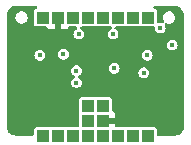
<source format=gbr>
%TF.GenerationSoftware,KiCad,Pcbnew,8.0.1-8.0.1-1~ubuntu22.04.1*%
%TF.CreationDate,2024-03-30T15:26:48+00:00*%
%TF.ProjectId,FES_AO4882,4645535f-414f-4343-9838-322e6b696361,v1.0*%
%TF.SameCoordinates,Original*%
%TF.FileFunction,Copper,L2,Inr*%
%TF.FilePolarity,Positive*%
%FSLAX46Y46*%
G04 Gerber Fmt 4.6, Leading zero omitted, Abs format (unit mm)*
G04 Created by KiCad (PCBNEW 8.0.1-8.0.1-1~ubuntu22.04.1) date 2024-03-30 15:26:48*
%MOMM*%
%LPD*%
G01*
G04 APERTURE LIST*
%TA.AperFunction,ComponentPad*%
%ADD10R,1.000000X1.000000*%
%TD*%
%TA.AperFunction,ViaPad*%
%ADD11C,0.400000*%
%TD*%
G04 APERTURE END LIST*
D10*
%TO.N,/FES4in*%
%TO.C,J22*%
X-1905000Y0D03*
%TD*%
%TO.N,+3.3V*%
%TO.C,J1*%
X-4445000Y10000000D03*
%TD*%
%TO.N,/MOSI_ARM*%
%TO.C,J5*%
X635000Y10000000D03*
%TD*%
%TO.N,/SWDIO{slash}MISO_ARM*%
%TO.C,J4*%
X-635000Y10000000D03*
%TD*%
%TO.N,/SWDIO{slash}MISO_ARM*%
%TO.C,J16*%
X635000Y2540000D03*
%TD*%
%TO.N,/FES1in*%
%TO.C,J11*%
X1905000Y0D03*
%TD*%
%TO.N,/extRef*%
%TO.C,J8*%
X4445000Y10000000D03*
%TD*%
%TO.N,/SPICS_ARM*%
%TO.C,J7*%
X3175000Y10000000D03*
%TD*%
%TO.N,/FES1out*%
%TO.C,J12*%
X635000Y0D03*
%TD*%
%TO.N,GND*%
%TO.C,J17*%
X635000Y1270000D03*
%TD*%
%TO.N,/FES2out*%
%TO.C,J14*%
X4445000Y0D03*
%TD*%
%TO.N,/FES2in*%
%TO.C,J13*%
X3175000Y0D03*
%TD*%
%TO.N,/FES4out*%
%TO.C,J23*%
X-635000Y0D03*
%TD*%
%TO.N,GND*%
%TO.C,J2*%
X-3175000Y10000000D03*
%TD*%
%TO.N,VCC*%
%TO.C,J24*%
X-635000Y1270000D03*
%TD*%
%TO.N,/SWCLK{slash}IO1out*%
%TO.C,J15*%
X-635000Y2540000D03*
%TD*%
%TO.N,/FES3in*%
%TO.C,J20*%
X-3175000Y0D03*
%TD*%
%TO.N,/SCLK_ARM*%
%TO.C,J6*%
X1905000Y10000000D03*
%TD*%
%TO.N,unconnected-(J3-Pin_1-Pad1)*%
%TO.C,J3*%
X-1905000Y10000000D03*
%TD*%
%TO.N,/FES3out*%
%TO.C,J21*%
X-4445000Y0D03*
%TD*%
D11*
%TO.N,+3.3V*%
X-1600000Y4490001D03*
X1600000Y5700000D03*
%TO.N,GND*%
X-6510000Y7670000D03*
X5500000Y8000000D03*
X-3700000Y7909999D03*
%TO.N,/SWCLK{slash}IO1out*%
X-1400000Y8600000D03*
%TO.N,/GPIO*%
X-1600000Y5500000D03*
%TO.N,VCC*%
X4100000Y5330000D03*
%TO.N,/PWM1*%
X5500000Y9100000D03*
X1500000Y8600000D03*
%TO.N,/PWM2_*%
X6500000Y7670000D03*
%TO.N,/PWM1_*%
X4400000Y6800000D03*
%TO.N,/PWM4_*%
X-2700000Y6890001D03*
%TO.N,/PWM3_*%
X-4700000Y6800000D03*
%TD*%
%TA.AperFunction,Conductor*%
%TO.N,GND*%
G36*
X-4960090Y10969816D02*
G01*
X-4914335Y10917012D01*
X-4904391Y10847854D01*
X-4933416Y10784298D01*
X-4992194Y10746524D01*
X-5002938Y10743884D01*
X-5042736Y10735968D01*
X-5042740Y10735967D01*
X-5125601Y10680601D01*
X-5180967Y10597740D01*
X-5180968Y10597736D01*
X-5195500Y10524679D01*
X-5195500Y9475322D01*
X-5180968Y9402265D01*
X-5180967Y9402261D01*
X-5180966Y9402260D01*
X-5125601Y9319399D01*
X-5047613Y9267290D01*
X-5042740Y9264034D01*
X-5042736Y9264033D01*
X-4969679Y9249501D01*
X-4969676Y9249500D01*
X-4174126Y9249500D01*
X-4107087Y9229815D01*
X-4074859Y9199811D01*
X-4032191Y9142814D01*
X-4032186Y9142809D01*
X-3917094Y9056650D01*
X-3917087Y9056646D01*
X-3782380Y9006404D01*
X-3782373Y9006402D01*
X-3722845Y9000001D01*
X-3722828Y9000000D01*
X-3425000Y9000000D01*
X-3425000Y9790382D01*
X-3374554Y9739936D01*
X-3300445Y9697149D01*
X-3217787Y9675000D01*
X-3132213Y9675000D01*
X-3049555Y9697149D01*
X-2975446Y9739936D01*
X-2925000Y9790382D01*
X-2925000Y9000000D01*
X-2627172Y9000000D01*
X-2627156Y9000001D01*
X-2567628Y9006402D01*
X-2567621Y9006404D01*
X-2432914Y9056646D01*
X-2432907Y9056650D01*
X-2317815Y9142809D01*
X-2317810Y9142814D01*
X-2275141Y9199811D01*
X-2219207Y9241682D01*
X-2175874Y9249500D01*
X-1643423Y9249500D01*
X-1576384Y9229815D01*
X-1530629Y9177011D01*
X-1520685Y9107853D01*
X-1549710Y9044297D01*
X-1582311Y9019892D01*
X-1581608Y9018798D01*
X-1589067Y9014005D01*
X-1589069Y9014004D01*
X-1648915Y8975544D01*
X-1698050Y8943967D01*
X-1782882Y8846063D01*
X-1782883Y8846062D01*
X-1836698Y8728226D01*
X-1855133Y8600000D01*
X-1836698Y8471775D01*
X-1782883Y8353939D01*
X-1782882Y8353937D01*
X-1698049Y8256033D01*
X-1589069Y8185996D01*
X-1464775Y8149501D01*
X-1464773Y8149500D01*
X-1464772Y8149500D01*
X-1335227Y8149500D01*
X-1335227Y8149501D01*
X-1210931Y8185996D01*
X-1101951Y8256033D01*
X-1017118Y8353937D01*
X-963303Y8471774D01*
X-944867Y8600000D01*
X-963303Y8728226D01*
X-1017118Y8846063D01*
X-1101951Y8943967D01*
X-1210931Y9014004D01*
X-1210934Y9014005D01*
X-1218392Y9018798D01*
X-1217222Y9020619D01*
X-1260895Y9058465D01*
X-1280577Y9125505D01*
X-1260889Y9192544D01*
X-1208083Y9238297D01*
X-1156577Y9249500D01*
X-110324Y9249500D01*
X-110323Y9249501D01*
X-93281Y9252891D01*
X-25281Y9266416D01*
X-24459Y9262280D01*
X21968Y9267290D01*
X25262Y9266323D01*
X25281Y9266416D01*
X110321Y9249501D01*
X110324Y9249500D01*
X110326Y9249500D01*
X1159676Y9249500D01*
X1159677Y9249501D01*
X1176719Y9252891D01*
X1244719Y9266416D01*
X1245541Y9262280D01*
X1291968Y9267290D01*
X1295261Y9266323D01*
X1295280Y9266417D01*
X1307259Y9264035D01*
X1307260Y9264034D01*
X1322199Y9261063D01*
X1384109Y9228678D01*
X1418684Y9167963D01*
X1414945Y9098193D01*
X1374080Y9041521D01*
X1332944Y9020468D01*
X1310934Y9014006D01*
X1201950Y8943967D01*
X1117118Y8846063D01*
X1117117Y8846062D01*
X1063302Y8728226D01*
X1044867Y8600000D01*
X1063302Y8471775D01*
X1117117Y8353939D01*
X1117118Y8353937D01*
X1201951Y8256033D01*
X1310931Y8185996D01*
X1435225Y8149501D01*
X1435227Y8149500D01*
X1435228Y8149500D01*
X1564773Y8149500D01*
X1564773Y8149501D01*
X1689069Y8185996D01*
X1798049Y8256033D01*
X1882882Y8353937D01*
X1936697Y8471774D01*
X1955133Y8600000D01*
X1936697Y8728226D01*
X1882882Y8846063D01*
X1798049Y8943967D01*
X1689069Y9014004D01*
X1689066Y9014005D01*
X1681608Y9018798D01*
X1682778Y9020619D01*
X1639105Y9058465D01*
X1619423Y9125505D01*
X1639111Y9192544D01*
X1691917Y9238297D01*
X1743423Y9249500D01*
X2429676Y9249500D01*
X2429677Y9249501D01*
X2446719Y9252891D01*
X2514719Y9266416D01*
X2515541Y9262280D01*
X2561968Y9267290D01*
X2565262Y9266323D01*
X2565281Y9266416D01*
X2650321Y9249501D01*
X2650324Y9249500D01*
X2650326Y9249500D01*
X3699676Y9249500D01*
X3699677Y9249501D01*
X3716719Y9252891D01*
X3784719Y9266416D01*
X3785541Y9262280D01*
X3831968Y9267290D01*
X3835262Y9266323D01*
X3835281Y9266416D01*
X3920321Y9249501D01*
X3920324Y9249500D01*
X4923258Y9249500D01*
X4990297Y9229815D01*
X5036052Y9177011D01*
X5045996Y9107854D01*
X5044867Y9100002D01*
X5044867Y9100001D01*
X5063302Y8971775D01*
X5076002Y8943967D01*
X5117118Y8853937D01*
X5201951Y8756033D01*
X5310931Y8685996D01*
X5435225Y8649501D01*
X5435227Y8649500D01*
X5435228Y8649500D01*
X5564773Y8649500D01*
X5564773Y8649501D01*
X5689069Y8685996D01*
X5798049Y8756033D01*
X5882882Y8853937D01*
X5936697Y8971774D01*
X5955133Y9100000D01*
X5936697Y9228226D01*
X5882882Y9346063D01*
X5879597Y9351175D01*
X5859915Y9418215D01*
X5879602Y9485254D01*
X5932407Y9531007D01*
X6001566Y9540948D01*
X6035437Y9531000D01*
X6035754Y9530855D01*
X6176598Y9489501D01*
X6176600Y9489500D01*
X6176601Y9489500D01*
X6323400Y9489500D01*
X6323400Y9489501D01*
X6450821Y9526914D01*
X6464247Y9530856D01*
X6464247Y9530857D01*
X6464250Y9530857D01*
X6587744Y9610222D01*
X6683877Y9721164D01*
X6744859Y9854696D01*
X6765750Y10000000D01*
X6744859Y10145304D01*
X6744858Y10145305D01*
X6744858Y10145308D01*
X6695060Y10254349D01*
X6683877Y10278836D01*
X6587744Y10389778D01*
X6464250Y10469143D01*
X6464249Y10469144D01*
X6464248Y10469144D01*
X6464247Y10469145D01*
X6323401Y10510500D01*
X6323399Y10510500D01*
X6176601Y10510500D01*
X6176598Y10510500D01*
X6035752Y10469145D01*
X6035751Y10469144D01*
X5912258Y10389780D01*
X5912254Y10389777D01*
X5816124Y10278838D01*
X5816121Y10278833D01*
X5755141Y10145308D01*
X5755140Y10145303D01*
X5734250Y10000000D01*
X5755140Y9854698D01*
X5755141Y9854693D01*
X5816121Y9721168D01*
X5816123Y9721164D01*
X5816124Y9721163D01*
X5816127Y9721159D01*
X5823689Y9712432D01*
X5852716Y9648877D01*
X5842773Y9579719D01*
X5797019Y9526914D01*
X5729980Y9507228D01*
X5695045Y9512250D01*
X5564772Y9550500D01*
X5435228Y9550500D01*
X5435226Y9550500D01*
X5354434Y9526778D01*
X5284564Y9526778D01*
X5225786Y9564553D01*
X5196762Y9628109D01*
X5195500Y9645755D01*
X5195500Y10524677D01*
X5195499Y10524679D01*
X5180967Y10597736D01*
X5180966Y10597740D01*
X5172619Y10610232D01*
X5125601Y10680601D01*
X5044499Y10734791D01*
X5042739Y10735967D01*
X5042735Y10735968D01*
X5002938Y10743884D01*
X4941027Y10776269D01*
X4906452Y10836985D01*
X4910192Y10906754D01*
X4951059Y10963426D01*
X5016077Y10989007D01*
X5027129Y10989501D01*
X6743908Y10989501D01*
X6756061Y10988904D01*
X6765633Y10987962D01*
X6882118Y10976489D01*
X6905948Y10971750D01*
X7021313Y10936754D01*
X7043761Y10927455D01*
X7150072Y10870631D01*
X7170282Y10857127D01*
X7263464Y10780656D01*
X7280654Y10763466D01*
X7357124Y10670286D01*
X7370628Y10650076D01*
X7427452Y10543767D01*
X7436754Y10521311D01*
X7452579Y10469143D01*
X7471747Y10405957D01*
X7476489Y10382115D01*
X7488903Y10256074D01*
X7489500Y10243920D01*
X7489500Y756094D01*
X7488903Y743940D01*
X7476488Y617888D01*
X7471746Y594047D01*
X7436753Y478691D01*
X7427450Y456233D01*
X7370629Y349928D01*
X7357124Y329716D01*
X7280653Y236536D01*
X7263465Y219348D01*
X7170284Y142876D01*
X7150072Y129371D01*
X7043768Y72550D01*
X7021310Y63247D01*
X6905954Y28254D01*
X6882113Y23512D01*
X6756072Y11098D01*
X6743918Y10501D01*
X5319500Y10501D01*
X5252461Y30186D01*
X5206706Y82990D01*
X5195500Y134501D01*
X5195500Y524677D01*
X5195499Y524679D01*
X5180967Y597736D01*
X5180966Y597740D01*
X5167504Y617888D01*
X5125601Y680601D01*
X5070235Y717595D01*
X5042739Y735967D01*
X5042735Y735968D01*
X4969677Y750500D01*
X4969674Y750500D01*
X3920326Y750500D01*
X3920324Y750500D01*
X3835283Y733584D01*
X3834462Y737709D01*
X3787897Y732736D01*
X3784733Y733665D01*
X3784717Y733584D01*
X3699676Y750500D01*
X3699674Y750500D01*
X2650326Y750500D01*
X2650324Y750500D01*
X2565283Y733584D01*
X2564462Y737709D01*
X2517897Y732736D01*
X2514733Y733665D01*
X2514717Y733584D01*
X2429676Y750500D01*
X2429674Y750500D01*
X1759000Y750500D01*
X1691961Y770185D01*
X1646206Y822989D01*
X1635000Y874500D01*
X1635000Y1020000D01*
X844618Y1020000D01*
X895064Y1070446D01*
X937851Y1144555D01*
X960000Y1227213D01*
X960000Y1312787D01*
X937851Y1395445D01*
X895064Y1469554D01*
X844618Y1520000D01*
X1635000Y1520000D01*
X1635000Y1817828D01*
X1634999Y1817845D01*
X1628598Y1877373D01*
X1628596Y1877380D01*
X1578354Y2012087D01*
X1578350Y2012094D01*
X1492191Y2127186D01*
X1492185Y2127193D01*
X1435188Y2169861D01*
X1393318Y2225795D01*
X1385500Y2269127D01*
X1385500Y3064677D01*
X1385499Y3064679D01*
X1370967Y3137736D01*
X1370966Y3137740D01*
X1315601Y3220601D01*
X1260235Y3257595D01*
X1232739Y3275967D01*
X1232735Y3275968D01*
X1159677Y3290500D01*
X1159674Y3290500D01*
X110326Y3290500D01*
X110324Y3290500D01*
X25283Y3273584D01*
X24462Y3277709D01*
X-22103Y3272736D01*
X-25267Y3273665D01*
X-25283Y3273584D01*
X-110324Y3290500D01*
X-110326Y3290500D01*
X-1159674Y3290500D01*
X-1159677Y3290500D01*
X-1232736Y3275968D01*
X-1232740Y3275967D01*
X-1315601Y3220601D01*
X-1370967Y3137740D01*
X-1370968Y3137736D01*
X-1385500Y3064679D01*
X-1385500Y3064674D01*
X-1385500Y2015326D01*
X-1385500Y2015324D01*
X-1385501Y2015324D01*
X-1368584Y1930283D01*
X-1372709Y1929463D01*
X-1367736Y1882897D01*
X-1368665Y1879734D01*
X-1368584Y1879717D01*
X-1385500Y1794677D01*
X-1385500Y874500D01*
X-1405185Y807461D01*
X-1457989Y761706D01*
X-1509500Y750500D01*
X-2429676Y750500D01*
X-2514717Y733584D01*
X-2515538Y737709D01*
X-2562103Y732736D01*
X-2565267Y733665D01*
X-2565283Y733584D01*
X-2650324Y750500D01*
X-2650326Y750500D01*
X-3699674Y750500D01*
X-3699676Y750500D01*
X-3784717Y733584D01*
X-3785538Y737709D01*
X-3832103Y732736D01*
X-3835267Y733665D01*
X-3835283Y733584D01*
X-3920324Y750500D01*
X-3920326Y750500D01*
X-4969674Y750500D01*
X-4969677Y750500D01*
X-5042736Y735968D01*
X-5042740Y735967D01*
X-5125601Y680601D01*
X-5180967Y597740D01*
X-5180968Y597736D01*
X-5195500Y524679D01*
X-5195500Y134501D01*
X-5215185Y67462D01*
X-5267989Y21707D01*
X-5319500Y10501D01*
X-6743910Y10501D01*
X-6756063Y11098D01*
X-6882113Y23512D01*
X-6905956Y28255D01*
X-7021311Y63248D01*
X-7043768Y72550D01*
X-7150072Y129371D01*
X-7170284Y142876D01*
X-7263465Y219348D01*
X-7280653Y236536D01*
X-7357125Y329717D01*
X-7370630Y349929D01*
X-7427451Y456233D01*
X-7436753Y478690D01*
X-7471746Y594045D01*
X-7476488Y617882D01*
X-7488903Y743940D01*
X-7489500Y756093D01*
X-7489500Y4490001D01*
X-2055133Y4490001D01*
X-2036698Y4361776D01*
X-1982883Y4243940D01*
X-1982882Y4243938D01*
X-1898049Y4146034D01*
X-1789069Y4075997D01*
X-1664775Y4039502D01*
X-1664773Y4039501D01*
X-1664772Y4039501D01*
X-1535227Y4039501D01*
X-1535227Y4039502D01*
X-1410931Y4075997D01*
X-1301951Y4146034D01*
X-1217118Y4243938D01*
X-1163303Y4361775D01*
X-1144867Y4490001D01*
X-1163303Y4618227D01*
X-1217118Y4736064D01*
X-1301951Y4833968D01*
X-1390206Y4890686D01*
X-1435960Y4943489D01*
X-1445904Y5012648D01*
X-1416879Y5076204D01*
X-1390207Y5099315D01*
X-1301951Y5156033D01*
X-1217118Y5253937D01*
X-1163303Y5371774D01*
X-1144867Y5500000D01*
X-1163303Y5628226D01*
X-1196081Y5700000D01*
X1144867Y5700000D01*
X1163302Y5571775D01*
X1196081Y5500000D01*
X1217118Y5453937D01*
X1301951Y5356033D01*
X1410931Y5285996D01*
X1520117Y5253937D01*
X1535225Y5249501D01*
X1535227Y5249500D01*
X1535228Y5249500D01*
X1664773Y5249500D01*
X1664773Y5249501D01*
X1789069Y5285996D01*
X1857541Y5330000D01*
X3644867Y5330000D01*
X3663302Y5201775D01*
X3684192Y5156034D01*
X3717118Y5083937D01*
X3801951Y4986033D01*
X3910931Y4915996D01*
X4035225Y4879501D01*
X4035227Y4879500D01*
X4035228Y4879500D01*
X4164773Y4879500D01*
X4164773Y4879501D01*
X4289069Y4915996D01*
X4398049Y4986033D01*
X4482882Y5083937D01*
X4536697Y5201774D01*
X4555133Y5330000D01*
X4536697Y5458226D01*
X4482882Y5576063D01*
X4398049Y5673967D01*
X4289069Y5744004D01*
X4289065Y5744006D01*
X4289064Y5744006D01*
X4164774Y5780500D01*
X4164772Y5780500D01*
X4035228Y5780500D01*
X4035226Y5780500D01*
X3910935Y5744006D01*
X3910932Y5744005D01*
X3910931Y5744004D01*
X3859677Y5711066D01*
X3801950Y5673967D01*
X3717118Y5576063D01*
X3717117Y5576062D01*
X3663302Y5458226D01*
X3644867Y5330000D01*
X1857541Y5330000D01*
X1898049Y5356033D01*
X1982882Y5453937D01*
X2036697Y5571774D01*
X2055133Y5700000D01*
X2036697Y5828226D01*
X1982882Y5946063D01*
X1898049Y6043967D01*
X1789069Y6114004D01*
X1789065Y6114006D01*
X1789064Y6114006D01*
X1664774Y6150500D01*
X1664772Y6150500D01*
X1535228Y6150500D01*
X1535226Y6150500D01*
X1410935Y6114006D01*
X1410932Y6114005D01*
X1410931Y6114004D01*
X1359677Y6081066D01*
X1301950Y6043967D01*
X1217118Y5946063D01*
X1217117Y5946062D01*
X1163302Y5828226D01*
X1144867Y5700000D01*
X-1196081Y5700000D01*
X-1217118Y5746063D01*
X-1301951Y5843967D01*
X-1410931Y5914004D01*
X-1410935Y5914006D01*
X-1410936Y5914006D01*
X-1535226Y5950500D01*
X-1535228Y5950500D01*
X-1664772Y5950500D01*
X-1664774Y5950500D01*
X-1789065Y5914006D01*
X-1789068Y5914005D01*
X-1789069Y5914004D01*
X-1840323Y5881066D01*
X-1898050Y5843967D01*
X-1982882Y5746063D01*
X-1982883Y5746062D01*
X-2036698Y5628226D01*
X-2055133Y5500000D01*
X-2036698Y5371775D01*
X-1997523Y5285996D01*
X-1982882Y5253937D01*
X-1898049Y5156033D01*
X-1809795Y5099316D01*
X-1764041Y5046513D01*
X-1754097Y4977355D01*
X-1783122Y4913799D01*
X-1809795Y4890686D01*
X-1898049Y4833969D01*
X-1982882Y4736064D01*
X-1982883Y4736063D01*
X-2036698Y4618227D01*
X-2055133Y4490001D01*
X-7489500Y4490001D01*
X-7489500Y6800000D01*
X-5155133Y6800000D01*
X-5136698Y6671775D01*
X-5123985Y6643939D01*
X-5082882Y6553937D01*
X-4998049Y6456033D01*
X-4889069Y6385996D01*
X-4764775Y6349501D01*
X-4764773Y6349500D01*
X-4764772Y6349500D01*
X-4635227Y6349500D01*
X-4635227Y6349501D01*
X-4510931Y6385996D01*
X-4401951Y6456033D01*
X-4317118Y6553937D01*
X-4263303Y6671774D01*
X-4244867Y6800000D01*
X-4257807Y6890001D01*
X-3155133Y6890001D01*
X-3136698Y6761776D01*
X-3082883Y6643940D01*
X-3082882Y6643938D01*
X-2998049Y6546034D01*
X-2889069Y6475997D01*
X-2821076Y6456033D01*
X-2764775Y6439502D01*
X-2764773Y6439501D01*
X-2764772Y6439501D01*
X-2635227Y6439501D01*
X-2635227Y6439502D01*
X-2510931Y6475997D01*
X-2401951Y6546034D01*
X-2317118Y6643938D01*
X-2263303Y6761775D01*
X-2257807Y6800000D01*
X3944867Y6800000D01*
X3963302Y6671775D01*
X3976015Y6643939D01*
X4017118Y6553937D01*
X4101951Y6456033D01*
X4210931Y6385996D01*
X4335225Y6349501D01*
X4335227Y6349500D01*
X4335228Y6349500D01*
X4464773Y6349500D01*
X4464773Y6349501D01*
X4589069Y6385996D01*
X4698049Y6456033D01*
X4782882Y6553937D01*
X4836697Y6671774D01*
X4855133Y6800000D01*
X4836697Y6928226D01*
X4782882Y7046063D01*
X4698049Y7143967D01*
X4589069Y7214004D01*
X4589065Y7214006D01*
X4589064Y7214006D01*
X4464774Y7250500D01*
X4464772Y7250500D01*
X4335228Y7250500D01*
X4335226Y7250500D01*
X4210935Y7214006D01*
X4210932Y7214005D01*
X4210931Y7214004D01*
X4159677Y7181066D01*
X4101950Y7143967D01*
X4017118Y7046063D01*
X4017117Y7046062D01*
X3963302Y6928226D01*
X3944867Y6800000D01*
X-2257807Y6800000D01*
X-2244867Y6890001D01*
X-2263303Y7018227D01*
X-2317118Y7136064D01*
X-2401951Y7233968D01*
X-2510931Y7304005D01*
X-2510935Y7304007D01*
X-2510936Y7304007D01*
X-2635226Y7340501D01*
X-2635228Y7340501D01*
X-2764772Y7340501D01*
X-2764774Y7340501D01*
X-2889065Y7304007D01*
X-2889068Y7304006D01*
X-2889069Y7304005D01*
X-2940323Y7271067D01*
X-2998050Y7233968D01*
X-3082882Y7136064D01*
X-3082883Y7136063D01*
X-3136698Y7018227D01*
X-3155133Y6890001D01*
X-4257807Y6890001D01*
X-4263303Y6928226D01*
X-4317118Y7046063D01*
X-4401951Y7143967D01*
X-4510931Y7214004D01*
X-4510935Y7214006D01*
X-4510936Y7214006D01*
X-4635226Y7250500D01*
X-4635228Y7250500D01*
X-4764772Y7250500D01*
X-4764774Y7250500D01*
X-4889065Y7214006D01*
X-4889068Y7214005D01*
X-4889069Y7214004D01*
X-4940323Y7181066D01*
X-4998050Y7143967D01*
X-5082882Y7046063D01*
X-5082883Y7046062D01*
X-5136698Y6928226D01*
X-5155133Y6800000D01*
X-7489500Y6800000D01*
X-7489500Y7670000D01*
X6044867Y7670000D01*
X6063302Y7541775D01*
X6117117Y7423939D01*
X6117118Y7423937D01*
X6201951Y7326033D01*
X6310931Y7255996D01*
X6435225Y7219501D01*
X6435227Y7219500D01*
X6435228Y7219500D01*
X6564773Y7219500D01*
X6564773Y7219501D01*
X6689069Y7255996D01*
X6798049Y7326033D01*
X6882882Y7423937D01*
X6936697Y7541774D01*
X6955133Y7670000D01*
X6936697Y7798226D01*
X6882882Y7916063D01*
X6798049Y8013967D01*
X6689069Y8084004D01*
X6689065Y8084006D01*
X6689064Y8084006D01*
X6564774Y8120500D01*
X6564772Y8120500D01*
X6435228Y8120500D01*
X6435226Y8120500D01*
X6310935Y8084006D01*
X6310932Y8084005D01*
X6310931Y8084004D01*
X6259677Y8051066D01*
X6201950Y8013967D01*
X6117118Y7916063D01*
X6117117Y7916062D01*
X6063302Y7798226D01*
X6044867Y7670000D01*
X-7489500Y7670000D01*
X-7489500Y10000000D01*
X-6765750Y10000000D01*
X-6744860Y9854698D01*
X-6744859Y9854693D01*
X-6683879Y9721168D01*
X-6683877Y9721164D01*
X-6663068Y9697149D01*
X-6603244Y9628109D01*
X-6587744Y9610222D01*
X-6464250Y9530857D01*
X-6464249Y9530857D01*
X-6464248Y9530856D01*
X-6323402Y9489501D01*
X-6323400Y9489500D01*
X-6323399Y9489500D01*
X-6176600Y9489500D01*
X-6176600Y9489501D01*
X-6049179Y9526914D01*
X-6035753Y9530856D01*
X-6035753Y9530857D01*
X-6035750Y9530857D01*
X-5912256Y9610222D01*
X-5816123Y9721164D01*
X-5755141Y9854696D01*
X-5734250Y10000000D01*
X-5755141Y10145304D01*
X-5755142Y10145305D01*
X-5755142Y10145308D01*
X-5804940Y10254349D01*
X-5816123Y10278836D01*
X-5912256Y10389778D01*
X-6035750Y10469143D01*
X-6035751Y10469144D01*
X-6035752Y10469144D01*
X-6035753Y10469145D01*
X-6176599Y10510500D01*
X-6176601Y10510500D01*
X-6323399Y10510500D01*
X-6323402Y10510500D01*
X-6464248Y10469145D01*
X-6464249Y10469144D01*
X-6587742Y10389780D01*
X-6587746Y10389777D01*
X-6683876Y10278838D01*
X-6683879Y10278833D01*
X-6744859Y10145308D01*
X-6744860Y10145303D01*
X-6765750Y10000000D01*
X-7489500Y10000000D01*
X-7489500Y10243909D01*
X-7488903Y10256062D01*
X-7482123Y10324904D01*
X-7476488Y10382121D01*
X-7471746Y10405956D01*
X-7471745Y10405957D01*
X-7436753Y10521311D01*
X-7427451Y10543767D01*
X-7370629Y10650074D01*
X-7357125Y10670284D01*
X-7348658Y10680601D01*
X-7280650Y10763469D01*
X-7263469Y10780650D01*
X-7170283Y10857127D01*
X-7150072Y10870630D01*
X-7150070Y10870631D01*
X-7043762Y10927454D01*
X-7021311Y10936753D01*
X-7012677Y10939373D01*
X-6905954Y10971747D01*
X-6882121Y10976488D01*
X-6764476Y10988075D01*
X-6756061Y10988903D01*
X-6743908Y10989500D01*
X-6695234Y10989500D01*
X-6695225Y10989501D01*
X-5027129Y10989501D01*
X-4960090Y10969816D01*
G37*
%TD.AperFunction*%
%TD*%
M02*

</source>
